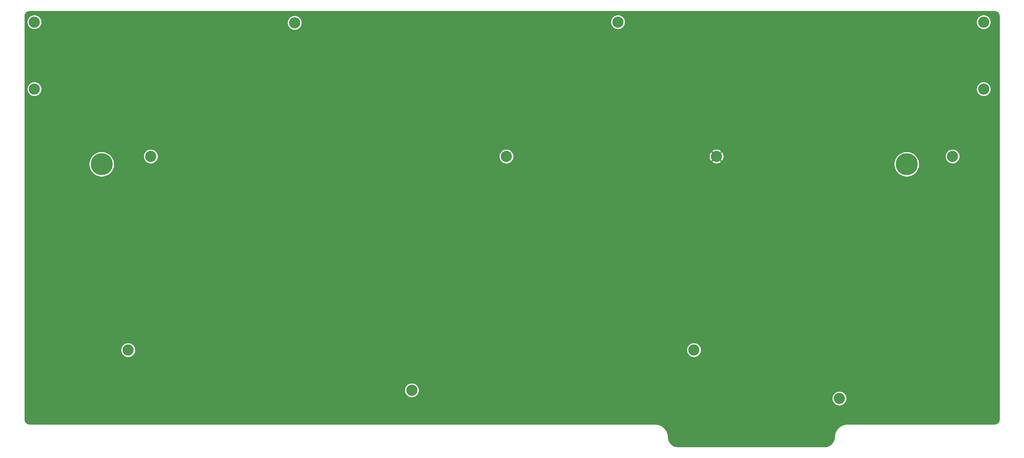
<source format=gbr>
%TF.GenerationSoftware,KiCad,Pcbnew,(5.1.6)-1*%
%TF.CreationDate,2020-06-23T22:59:26-07:00*%
%TF.ProjectId,factorium-bottom,66616374-6f72-4697-956d-2d626f74746f,rev?*%
%TF.SameCoordinates,Original*%
%TF.FileFunction,Copper,L1,Top*%
%TF.FilePolarity,Positive*%
%FSLAX46Y46*%
G04 Gerber Fmt 4.6, Leading zero omitted, Abs format (unit mm)*
G04 Created by KiCad (PCBNEW (5.1.6)-1) date 2020-06-23 22:59:26*
%MOMM*%
%LPD*%
G01*
G04 APERTURE LIST*
%TA.AperFunction,ComponentPad*%
%ADD10C,4.400000*%
%TD*%
%TA.AperFunction,ComponentPad*%
%ADD11C,8.600000*%
%TD*%
%TA.AperFunction,Conductor*%
%ADD12C,0.254000*%
%TD*%
G04 APERTURE END LIST*
D10*
%TO.P,REF\u002A\u002A,1*%
%TO.N,N/C*%
X154940000Y-152400000D03*
%TD*%
D11*
%TO.P,REF\u002A\u002A,1*%
%TO.N,N/C*%
X135670600Y-155473400D03*
%TD*%
%TO.P,REF\u002A\u002A,1*%
%TO.N,N/C*%
X451900600Y-155473400D03*
%TD*%
D10*
%TO.P,REF\u002A\u002A,1*%
%TO.N,N/C*%
X482123750Y-125888750D03*
%TD*%
%TO.P,REF\u002A\u002A,1*%
%TO.N,N/C*%
X338455000Y-99536250D03*
%TD*%
%TO.P,REF\u002A\u002A,1*%
%TO.N,N/C*%
X257489595Y-244428110D03*
%TD*%
%TO.P,REF\u002A\u002A,1*%
%TO.N,N/C*%
X482123750Y-99536250D03*
%TD*%
%TO.P,REF\u002A\u002A,1*%
%TO.N,N/C*%
X109220000Y-125888750D03*
%TD*%
%TO.P,REF\u002A\u002A,1*%
%TO.N,N/C*%
X109220000Y-99536250D03*
%TD*%
%TO.P,REF\u002A\u002A,1*%
%TO.N,N/C*%
X146050000Y-228600000D03*
%TD*%
%TO.P,REF\u002A\u002A,1*%
%TO.N,N/C*%
X425450000Y-247650000D03*
%TD*%
%TO.P,REF\u002A\u002A,1*%
%TO.N,N/C*%
X294640000Y-152400000D03*
%TD*%
%TO.P,REF\u002A\u002A,1*%
%TO.N,N/C*%
X368300000Y-228600000D03*
%TD*%
%TO.P,REF\u002A\u002A,1*%
%TO.N,N/C*%
X211455000Y-99811251D03*
%TD*%
%TO.P,REF\u002A\u002A,1*%
%TO.N,N/C*%
X469900000Y-152400000D03*
%TD*%
%TO.P,H1,1*%
%TO.N,GND*%
X377190000Y-152400000D03*
%TD*%
D12*
%TO.N,GND*%
G36*
X486774545Y-95313909D02*
G01*
X487125208Y-95419780D01*
X487448625Y-95591744D01*
X487732484Y-95823254D01*
X487965965Y-96105486D01*
X488140183Y-96427695D01*
X488248502Y-96777614D01*
X488290001Y-97172452D01*
X488290000Y-255872721D01*
X488251091Y-256269545D01*
X488145220Y-256620206D01*
X487973257Y-256943623D01*
X487741748Y-257227482D01*
X487459514Y-257460965D01*
X487137304Y-257635184D01*
X486787385Y-257743502D01*
X486392557Y-257785000D01*
X428592581Y-257785000D01*
X428584543Y-257785792D01*
X428391737Y-257790504D01*
X428384563Y-257791366D01*
X428377349Y-257791013D01*
X428313159Y-257797137D01*
X427477549Y-257918294D01*
X427447868Y-257925529D01*
X427417621Y-257929834D01*
X427355752Y-257947985D01*
X427355746Y-257947986D01*
X427355743Y-257947987D01*
X426558124Y-258224967D01*
X426530342Y-258237686D01*
X426501458Y-258247632D01*
X426444150Y-258277148D01*
X426444133Y-258277156D01*
X426444126Y-258277161D01*
X425713276Y-258699969D01*
X425688402Y-258717711D01*
X425661920Y-258732939D01*
X425611221Y-258772763D01*
X425611210Y-258772771D01*
X425611205Y-258772776D01*
X424973492Y-259326155D01*
X424952418Y-259348284D01*
X424929296Y-259368243D01*
X424887044Y-259416934D01*
X424887034Y-259416944D01*
X424887030Y-259416949D01*
X424365463Y-260080936D01*
X424348957Y-260106647D01*
X424330024Y-260130620D01*
X424297743Y-260186419D01*
X424297733Y-260186435D01*
X424297733Y-260186436D01*
X423911129Y-260937073D01*
X423899783Y-260965440D01*
X423885723Y-260992564D01*
X423864575Y-261053463D01*
X423864570Y-261053476D01*
X423864570Y-261053478D01*
X423626884Y-261863679D01*
X423621107Y-261893677D01*
X423612430Y-261922971D01*
X423603180Y-261986769D01*
X423603177Y-261986787D01*
X423603177Y-261986796D01*
X423522984Y-262827315D01*
X423448771Y-263605156D01*
X423246536Y-264294516D01*
X422917596Y-264933190D01*
X422473820Y-265498143D01*
X421931220Y-265968988D01*
X421309377Y-266328733D01*
X420630721Y-266564402D01*
X419896523Y-266670855D01*
X419726934Y-266675000D01*
X361981409Y-266675000D01*
X361234844Y-266603771D01*
X360545484Y-266401536D01*
X359906810Y-266072596D01*
X359341857Y-265628820D01*
X358871012Y-265086220D01*
X358511267Y-264464377D01*
X358275598Y-263785721D01*
X358169145Y-263051523D01*
X358164803Y-262873874D01*
X358159496Y-262656737D01*
X358158634Y-262649563D01*
X358158987Y-262642349D01*
X358152863Y-262578159D01*
X358031706Y-261742549D01*
X358024471Y-261712868D01*
X358020166Y-261682621D01*
X358002014Y-261620747D01*
X358002014Y-261620745D01*
X358002013Y-261620743D01*
X357725033Y-260823124D01*
X357712314Y-260795342D01*
X357702368Y-260766458D01*
X357672852Y-260709150D01*
X357672844Y-260709133D01*
X357672839Y-260709126D01*
X357250031Y-259978276D01*
X357232289Y-259953402D01*
X357217061Y-259926920D01*
X357177237Y-259876221D01*
X357177229Y-259876210D01*
X357177224Y-259876205D01*
X356623845Y-259238492D01*
X356601716Y-259217418D01*
X356581757Y-259194296D01*
X356533066Y-259152044D01*
X356533056Y-259152034D01*
X356533051Y-259152030D01*
X355869064Y-258630463D01*
X355843353Y-258613957D01*
X355819380Y-258595024D01*
X355763581Y-258562743D01*
X355763565Y-258562733D01*
X355763556Y-258562730D01*
X355012927Y-258176129D01*
X354984560Y-258164783D01*
X354957436Y-258150723D01*
X354896537Y-258129575D01*
X354896524Y-258129570D01*
X354896518Y-258129569D01*
X354086321Y-257891884D01*
X354056323Y-257886107D01*
X354027029Y-257877430D01*
X353963231Y-257868180D01*
X353963213Y-257868177D01*
X353963204Y-257868177D01*
X353123690Y-257788080D01*
X353092419Y-257785000D01*
X107347279Y-257785000D01*
X106950455Y-257746091D01*
X106599794Y-257640220D01*
X106276377Y-257468257D01*
X105992518Y-257236748D01*
X105759035Y-256954514D01*
X105584816Y-256632304D01*
X105476498Y-256282385D01*
X105435000Y-255887557D01*
X105435000Y-247370777D01*
X422615000Y-247370777D01*
X422615000Y-247929223D01*
X422723948Y-248476939D01*
X422937656Y-248992876D01*
X423247912Y-249457207D01*
X423642793Y-249852088D01*
X424107124Y-250162344D01*
X424623061Y-250376052D01*
X425170777Y-250485000D01*
X425729223Y-250485000D01*
X426276939Y-250376052D01*
X426792876Y-250162344D01*
X427257207Y-249852088D01*
X427652088Y-249457207D01*
X427962344Y-248992876D01*
X428176052Y-248476939D01*
X428285000Y-247929223D01*
X428285000Y-247370777D01*
X428176052Y-246823061D01*
X427962344Y-246307124D01*
X427652088Y-245842793D01*
X427257207Y-245447912D01*
X426792876Y-245137656D01*
X426276939Y-244923948D01*
X425729223Y-244815000D01*
X425170777Y-244815000D01*
X424623061Y-244923948D01*
X424107124Y-245137656D01*
X423642793Y-245447912D01*
X423247912Y-245842793D01*
X422937656Y-246307124D01*
X422723948Y-246823061D01*
X422615000Y-247370777D01*
X105435000Y-247370777D01*
X105435000Y-244148887D01*
X254654595Y-244148887D01*
X254654595Y-244707333D01*
X254763543Y-245255049D01*
X254977251Y-245770986D01*
X255287507Y-246235317D01*
X255682388Y-246630198D01*
X256146719Y-246940454D01*
X256662656Y-247154162D01*
X257210372Y-247263110D01*
X257768818Y-247263110D01*
X258316534Y-247154162D01*
X258832471Y-246940454D01*
X259296802Y-246630198D01*
X259691683Y-246235317D01*
X260001939Y-245770986D01*
X260215647Y-245255049D01*
X260324595Y-244707333D01*
X260324595Y-244148887D01*
X260215647Y-243601171D01*
X260001939Y-243085234D01*
X259691683Y-242620903D01*
X259296802Y-242226022D01*
X258832471Y-241915766D01*
X258316534Y-241702058D01*
X257768818Y-241593110D01*
X257210372Y-241593110D01*
X256662656Y-241702058D01*
X256146719Y-241915766D01*
X255682388Y-242226022D01*
X255287507Y-242620903D01*
X254977251Y-243085234D01*
X254763543Y-243601171D01*
X254654595Y-244148887D01*
X105435000Y-244148887D01*
X105435000Y-228320777D01*
X143215000Y-228320777D01*
X143215000Y-228879223D01*
X143323948Y-229426939D01*
X143537656Y-229942876D01*
X143847912Y-230407207D01*
X144242793Y-230802088D01*
X144707124Y-231112344D01*
X145223061Y-231326052D01*
X145770777Y-231435000D01*
X146329223Y-231435000D01*
X146876939Y-231326052D01*
X147392876Y-231112344D01*
X147857207Y-230802088D01*
X148252088Y-230407207D01*
X148562344Y-229942876D01*
X148776052Y-229426939D01*
X148885000Y-228879223D01*
X148885000Y-228320777D01*
X365465000Y-228320777D01*
X365465000Y-228879223D01*
X365573948Y-229426939D01*
X365787656Y-229942876D01*
X366097912Y-230407207D01*
X366492793Y-230802088D01*
X366957124Y-231112344D01*
X367473061Y-231326052D01*
X368020777Y-231435000D01*
X368579223Y-231435000D01*
X369126939Y-231326052D01*
X369642876Y-231112344D01*
X370107207Y-230802088D01*
X370502088Y-230407207D01*
X370812344Y-229942876D01*
X371026052Y-229426939D01*
X371135000Y-228879223D01*
X371135000Y-228320777D01*
X371026052Y-227773061D01*
X370812344Y-227257124D01*
X370502088Y-226792793D01*
X370107207Y-226397912D01*
X369642876Y-226087656D01*
X369126939Y-225873948D01*
X368579223Y-225765000D01*
X368020777Y-225765000D01*
X367473061Y-225873948D01*
X366957124Y-226087656D01*
X366492793Y-226397912D01*
X366097912Y-226792793D01*
X365787656Y-227257124D01*
X365573948Y-227773061D01*
X365465000Y-228320777D01*
X148885000Y-228320777D01*
X148776052Y-227773061D01*
X148562344Y-227257124D01*
X148252088Y-226792793D01*
X147857207Y-226397912D01*
X147392876Y-226087656D01*
X146876939Y-225873948D01*
X146329223Y-225765000D01*
X145770777Y-225765000D01*
X145223061Y-225873948D01*
X144707124Y-226087656D01*
X144242793Y-226397912D01*
X143847912Y-226792793D01*
X143537656Y-227257124D01*
X143323948Y-227773061D01*
X143215000Y-228320777D01*
X105435000Y-228320777D01*
X105435000Y-154987345D01*
X130735600Y-154987345D01*
X130735600Y-155959455D01*
X130925250Y-156912886D01*
X131297260Y-157810999D01*
X131837335Y-158619279D01*
X132524721Y-159306665D01*
X133333001Y-159846740D01*
X134231114Y-160218750D01*
X135184545Y-160408400D01*
X136156655Y-160408400D01*
X137110086Y-160218750D01*
X138008199Y-159846740D01*
X138816479Y-159306665D01*
X139503865Y-158619279D01*
X140043940Y-157810999D01*
X140415950Y-156912886D01*
X140605600Y-155959455D01*
X140605600Y-154987345D01*
X140415950Y-154033914D01*
X140043940Y-153135801D01*
X139503865Y-152327521D01*
X139297121Y-152120777D01*
X152105000Y-152120777D01*
X152105000Y-152679223D01*
X152213948Y-153226939D01*
X152427656Y-153742876D01*
X152737912Y-154207207D01*
X153132793Y-154602088D01*
X153597124Y-154912344D01*
X154113061Y-155126052D01*
X154660777Y-155235000D01*
X155219223Y-155235000D01*
X155766939Y-155126052D01*
X156282876Y-154912344D01*
X156747207Y-154602088D01*
X157142088Y-154207207D01*
X157452344Y-153742876D01*
X157666052Y-153226939D01*
X157775000Y-152679223D01*
X157775000Y-152120777D01*
X291805000Y-152120777D01*
X291805000Y-152679223D01*
X291913948Y-153226939D01*
X292127656Y-153742876D01*
X292437912Y-154207207D01*
X292832793Y-154602088D01*
X293297124Y-154912344D01*
X293813061Y-155126052D01*
X294360777Y-155235000D01*
X294919223Y-155235000D01*
X295466939Y-155126052D01*
X295982876Y-154912344D01*
X296447207Y-154602088D01*
X296659520Y-154389775D01*
X375379830Y-154389775D01*
X375619976Y-154777018D01*
X376113877Y-155037641D01*
X376649133Y-155196901D01*
X377205174Y-155248678D01*
X377760632Y-155190981D01*
X378294161Y-155026028D01*
X378366531Y-154987345D01*
X446965600Y-154987345D01*
X446965600Y-155959455D01*
X447155250Y-156912886D01*
X447527260Y-157810999D01*
X448067335Y-158619279D01*
X448754721Y-159306665D01*
X449563001Y-159846740D01*
X450461114Y-160218750D01*
X451414545Y-160408400D01*
X452386655Y-160408400D01*
X453340086Y-160218750D01*
X454238199Y-159846740D01*
X455046479Y-159306665D01*
X455733865Y-158619279D01*
X456273940Y-157810999D01*
X456645950Y-156912886D01*
X456835600Y-155959455D01*
X456835600Y-154987345D01*
X456645950Y-154033914D01*
X456273940Y-153135801D01*
X455733865Y-152327521D01*
X455527121Y-152120777D01*
X467065000Y-152120777D01*
X467065000Y-152679223D01*
X467173948Y-153226939D01*
X467387656Y-153742876D01*
X467697912Y-154207207D01*
X468092793Y-154602088D01*
X468557124Y-154912344D01*
X469073061Y-155126052D01*
X469620777Y-155235000D01*
X470179223Y-155235000D01*
X470726939Y-155126052D01*
X471242876Y-154912344D01*
X471707207Y-154602088D01*
X472102088Y-154207207D01*
X472412344Y-153742876D01*
X472626052Y-153226939D01*
X472735000Y-152679223D01*
X472735000Y-152120777D01*
X472626052Y-151573061D01*
X472412344Y-151057124D01*
X472102088Y-150592793D01*
X471707207Y-150197912D01*
X471242876Y-149887656D01*
X470726939Y-149673948D01*
X470179223Y-149565000D01*
X469620777Y-149565000D01*
X469073061Y-149673948D01*
X468557124Y-149887656D01*
X468092793Y-150197912D01*
X467697912Y-150592793D01*
X467387656Y-151057124D01*
X467173948Y-151573061D01*
X467065000Y-152120777D01*
X455527121Y-152120777D01*
X455046479Y-151640135D01*
X454238199Y-151100060D01*
X453340086Y-150728050D01*
X452386655Y-150538400D01*
X451414545Y-150538400D01*
X450461114Y-150728050D01*
X449563001Y-151100060D01*
X448754721Y-151640135D01*
X448067335Y-152327521D01*
X447527260Y-153135801D01*
X447155250Y-154033914D01*
X446965600Y-154987345D01*
X378366531Y-154987345D01*
X378760024Y-154777018D01*
X379000170Y-154389775D01*
X377190000Y-152579605D01*
X375379830Y-154389775D01*
X296659520Y-154389775D01*
X296842088Y-154207207D01*
X297152344Y-153742876D01*
X297366052Y-153226939D01*
X297475000Y-152679223D01*
X297475000Y-152415174D01*
X374341322Y-152415174D01*
X374399019Y-152970632D01*
X374563972Y-153504161D01*
X374812982Y-153970024D01*
X375200225Y-154210170D01*
X377010395Y-152400000D01*
X377369605Y-152400000D01*
X379179775Y-154210170D01*
X379567018Y-153970024D01*
X379827641Y-153476123D01*
X379986901Y-152940867D01*
X380038678Y-152384826D01*
X379980981Y-151829368D01*
X379816028Y-151295839D01*
X379567018Y-150829976D01*
X379179775Y-150589830D01*
X377369605Y-152400000D01*
X377010395Y-152400000D01*
X375200225Y-150589830D01*
X374812982Y-150829976D01*
X374552359Y-151323877D01*
X374393099Y-151859133D01*
X374341322Y-152415174D01*
X297475000Y-152415174D01*
X297475000Y-152120777D01*
X297366052Y-151573061D01*
X297152344Y-151057124D01*
X296842088Y-150592793D01*
X296659520Y-150410225D01*
X375379830Y-150410225D01*
X377190000Y-152220395D01*
X379000170Y-150410225D01*
X378760024Y-150022982D01*
X378266123Y-149762359D01*
X377730867Y-149603099D01*
X377174826Y-149551322D01*
X376619368Y-149609019D01*
X376085839Y-149773972D01*
X375619976Y-150022982D01*
X375379830Y-150410225D01*
X296659520Y-150410225D01*
X296447207Y-150197912D01*
X295982876Y-149887656D01*
X295466939Y-149673948D01*
X294919223Y-149565000D01*
X294360777Y-149565000D01*
X293813061Y-149673948D01*
X293297124Y-149887656D01*
X292832793Y-150197912D01*
X292437912Y-150592793D01*
X292127656Y-151057124D01*
X291913948Y-151573061D01*
X291805000Y-152120777D01*
X157775000Y-152120777D01*
X157666052Y-151573061D01*
X157452344Y-151057124D01*
X157142088Y-150592793D01*
X156747207Y-150197912D01*
X156282876Y-149887656D01*
X155766939Y-149673948D01*
X155219223Y-149565000D01*
X154660777Y-149565000D01*
X154113061Y-149673948D01*
X153597124Y-149887656D01*
X153132793Y-150197912D01*
X152737912Y-150592793D01*
X152427656Y-151057124D01*
X152213948Y-151573061D01*
X152105000Y-152120777D01*
X139297121Y-152120777D01*
X138816479Y-151640135D01*
X138008199Y-151100060D01*
X137110086Y-150728050D01*
X136156655Y-150538400D01*
X135184545Y-150538400D01*
X134231114Y-150728050D01*
X133333001Y-151100060D01*
X132524721Y-151640135D01*
X131837335Y-152327521D01*
X131297260Y-153135801D01*
X130925250Y-154033914D01*
X130735600Y-154987345D01*
X105435000Y-154987345D01*
X105435000Y-125609527D01*
X106385000Y-125609527D01*
X106385000Y-126167973D01*
X106493948Y-126715689D01*
X106707656Y-127231626D01*
X107017912Y-127695957D01*
X107412793Y-128090838D01*
X107877124Y-128401094D01*
X108393061Y-128614802D01*
X108940777Y-128723750D01*
X109499223Y-128723750D01*
X110046939Y-128614802D01*
X110562876Y-128401094D01*
X111027207Y-128090838D01*
X111422088Y-127695957D01*
X111732344Y-127231626D01*
X111946052Y-126715689D01*
X112055000Y-126167973D01*
X112055000Y-125609527D01*
X479288750Y-125609527D01*
X479288750Y-126167973D01*
X479397698Y-126715689D01*
X479611406Y-127231626D01*
X479921662Y-127695957D01*
X480316543Y-128090838D01*
X480780874Y-128401094D01*
X481296811Y-128614802D01*
X481844527Y-128723750D01*
X482402973Y-128723750D01*
X482950689Y-128614802D01*
X483466626Y-128401094D01*
X483930957Y-128090838D01*
X484325838Y-127695957D01*
X484636094Y-127231626D01*
X484849802Y-126715689D01*
X484958750Y-126167973D01*
X484958750Y-125609527D01*
X484849802Y-125061811D01*
X484636094Y-124545874D01*
X484325838Y-124081543D01*
X483930957Y-123686662D01*
X483466626Y-123376406D01*
X482950689Y-123162698D01*
X482402973Y-123053750D01*
X481844527Y-123053750D01*
X481296811Y-123162698D01*
X480780874Y-123376406D01*
X480316543Y-123686662D01*
X479921662Y-124081543D01*
X479611406Y-124545874D01*
X479397698Y-125061811D01*
X479288750Y-125609527D01*
X112055000Y-125609527D01*
X111946052Y-125061811D01*
X111732344Y-124545874D01*
X111422088Y-124081543D01*
X111027207Y-123686662D01*
X110562876Y-123376406D01*
X110046939Y-123162698D01*
X109499223Y-123053750D01*
X108940777Y-123053750D01*
X108393061Y-123162698D01*
X107877124Y-123376406D01*
X107412793Y-123686662D01*
X107017912Y-124081543D01*
X106707656Y-124545874D01*
X106493948Y-125061811D01*
X106385000Y-125609527D01*
X105435000Y-125609527D01*
X105435000Y-99257027D01*
X106385000Y-99257027D01*
X106385000Y-99815473D01*
X106493948Y-100363189D01*
X106707656Y-100879126D01*
X107017912Y-101343457D01*
X107412793Y-101738338D01*
X107877124Y-102048594D01*
X108393061Y-102262302D01*
X108940777Y-102371250D01*
X109499223Y-102371250D01*
X110046939Y-102262302D01*
X110562876Y-102048594D01*
X111027207Y-101738338D01*
X111422088Y-101343457D01*
X111732344Y-100879126D01*
X111946052Y-100363189D01*
X112055000Y-99815473D01*
X112055000Y-99532028D01*
X208620000Y-99532028D01*
X208620000Y-100090474D01*
X208728948Y-100638190D01*
X208942656Y-101154127D01*
X209252912Y-101618458D01*
X209647793Y-102013339D01*
X210112124Y-102323595D01*
X210628061Y-102537303D01*
X211175777Y-102646251D01*
X211734223Y-102646251D01*
X212281939Y-102537303D01*
X212797876Y-102323595D01*
X213262207Y-102013339D01*
X213657088Y-101618458D01*
X213967344Y-101154127D01*
X214181052Y-100638190D01*
X214290000Y-100090474D01*
X214290000Y-99532028D01*
X214235299Y-99257027D01*
X335620000Y-99257027D01*
X335620000Y-99815473D01*
X335728948Y-100363189D01*
X335942656Y-100879126D01*
X336252912Y-101343457D01*
X336647793Y-101738338D01*
X337112124Y-102048594D01*
X337628061Y-102262302D01*
X338175777Y-102371250D01*
X338734223Y-102371250D01*
X339281939Y-102262302D01*
X339797876Y-102048594D01*
X340262207Y-101738338D01*
X340657088Y-101343457D01*
X340967344Y-100879126D01*
X341181052Y-100363189D01*
X341290000Y-99815473D01*
X341290000Y-99257027D01*
X479288750Y-99257027D01*
X479288750Y-99815473D01*
X479397698Y-100363189D01*
X479611406Y-100879126D01*
X479921662Y-101343457D01*
X480316543Y-101738338D01*
X480780874Y-102048594D01*
X481296811Y-102262302D01*
X481844527Y-102371250D01*
X482402973Y-102371250D01*
X482950689Y-102262302D01*
X483466626Y-102048594D01*
X483930957Y-101738338D01*
X484325838Y-101343457D01*
X484636094Y-100879126D01*
X484849802Y-100363189D01*
X484958750Y-99815473D01*
X484958750Y-99257027D01*
X484849802Y-98709311D01*
X484636094Y-98193374D01*
X484325838Y-97729043D01*
X483930957Y-97334162D01*
X483466626Y-97023906D01*
X482950689Y-96810198D01*
X482402973Y-96701250D01*
X481844527Y-96701250D01*
X481296811Y-96810198D01*
X480780874Y-97023906D01*
X480316543Y-97334162D01*
X479921662Y-97729043D01*
X479611406Y-98193374D01*
X479397698Y-98709311D01*
X479288750Y-99257027D01*
X341290000Y-99257027D01*
X341181052Y-98709311D01*
X340967344Y-98193374D01*
X340657088Y-97729043D01*
X340262207Y-97334162D01*
X339797876Y-97023906D01*
X339281939Y-96810198D01*
X338734223Y-96701250D01*
X338175777Y-96701250D01*
X337628061Y-96810198D01*
X337112124Y-97023906D01*
X336647793Y-97334162D01*
X336252912Y-97729043D01*
X335942656Y-98193374D01*
X335728948Y-98709311D01*
X335620000Y-99257027D01*
X214235299Y-99257027D01*
X214181052Y-98984312D01*
X213967344Y-98468375D01*
X213657088Y-98004044D01*
X213262207Y-97609163D01*
X212797876Y-97298907D01*
X212281939Y-97085199D01*
X211734223Y-96976251D01*
X211175777Y-96976251D01*
X210628061Y-97085199D01*
X210112124Y-97298907D01*
X209647793Y-97609163D01*
X209252912Y-98004044D01*
X208942656Y-98468375D01*
X208728948Y-98984312D01*
X208620000Y-99532028D01*
X112055000Y-99532028D01*
X112055000Y-99257027D01*
X111946052Y-98709311D01*
X111732344Y-98193374D01*
X111422088Y-97729043D01*
X111027207Y-97334162D01*
X110562876Y-97023906D01*
X110046939Y-96810198D01*
X109499223Y-96701250D01*
X108940777Y-96701250D01*
X108393061Y-96810198D01*
X107877124Y-97023906D01*
X107412793Y-97334162D01*
X107017912Y-97729043D01*
X106707656Y-98193374D01*
X106493948Y-98709311D01*
X106385000Y-99257027D01*
X105435000Y-99257027D01*
X105435000Y-97187279D01*
X105473909Y-96790455D01*
X105579780Y-96439792D01*
X105751744Y-96116375D01*
X105983254Y-95832516D01*
X106265486Y-95599035D01*
X106587695Y-95424817D01*
X106937614Y-95316498D01*
X107332443Y-95275000D01*
X486377721Y-95275000D01*
X486774545Y-95313909D01*
G37*
X486774545Y-95313909D02*
X487125208Y-95419780D01*
X487448625Y-95591744D01*
X487732484Y-95823254D01*
X487965965Y-96105486D01*
X488140183Y-96427695D01*
X488248502Y-96777614D01*
X488290001Y-97172452D01*
X488290000Y-255872721D01*
X488251091Y-256269545D01*
X488145220Y-256620206D01*
X487973257Y-256943623D01*
X487741748Y-257227482D01*
X487459514Y-257460965D01*
X487137304Y-257635184D01*
X486787385Y-257743502D01*
X486392557Y-257785000D01*
X428592581Y-257785000D01*
X428584543Y-257785792D01*
X428391737Y-257790504D01*
X428384563Y-257791366D01*
X428377349Y-257791013D01*
X428313159Y-257797137D01*
X427477549Y-257918294D01*
X427447868Y-257925529D01*
X427417621Y-257929834D01*
X427355752Y-257947985D01*
X427355746Y-257947986D01*
X427355743Y-257947987D01*
X426558124Y-258224967D01*
X426530342Y-258237686D01*
X426501458Y-258247632D01*
X426444150Y-258277148D01*
X426444133Y-258277156D01*
X426444126Y-258277161D01*
X425713276Y-258699969D01*
X425688402Y-258717711D01*
X425661920Y-258732939D01*
X425611221Y-258772763D01*
X425611210Y-258772771D01*
X425611205Y-258772776D01*
X424973492Y-259326155D01*
X424952418Y-259348284D01*
X424929296Y-259368243D01*
X424887044Y-259416934D01*
X424887034Y-259416944D01*
X424887030Y-259416949D01*
X424365463Y-260080936D01*
X424348957Y-260106647D01*
X424330024Y-260130620D01*
X424297743Y-260186419D01*
X424297733Y-260186435D01*
X424297733Y-260186436D01*
X423911129Y-260937073D01*
X423899783Y-260965440D01*
X423885723Y-260992564D01*
X423864575Y-261053463D01*
X423864570Y-261053476D01*
X423864570Y-261053478D01*
X423626884Y-261863679D01*
X423621107Y-261893677D01*
X423612430Y-261922971D01*
X423603180Y-261986769D01*
X423603177Y-261986787D01*
X423603177Y-261986796D01*
X423522984Y-262827315D01*
X423448771Y-263605156D01*
X423246536Y-264294516D01*
X422917596Y-264933190D01*
X422473820Y-265498143D01*
X421931220Y-265968988D01*
X421309377Y-266328733D01*
X420630721Y-266564402D01*
X419896523Y-266670855D01*
X419726934Y-266675000D01*
X361981409Y-266675000D01*
X361234844Y-266603771D01*
X360545484Y-266401536D01*
X359906810Y-266072596D01*
X359341857Y-265628820D01*
X358871012Y-265086220D01*
X358511267Y-264464377D01*
X358275598Y-263785721D01*
X358169145Y-263051523D01*
X358164803Y-262873874D01*
X358159496Y-262656737D01*
X358158634Y-262649563D01*
X358158987Y-262642349D01*
X358152863Y-262578159D01*
X358031706Y-261742549D01*
X358024471Y-261712868D01*
X358020166Y-261682621D01*
X358002014Y-261620747D01*
X358002014Y-261620745D01*
X358002013Y-261620743D01*
X357725033Y-260823124D01*
X357712314Y-260795342D01*
X357702368Y-260766458D01*
X357672852Y-260709150D01*
X357672844Y-260709133D01*
X357672839Y-260709126D01*
X357250031Y-259978276D01*
X357232289Y-259953402D01*
X357217061Y-259926920D01*
X357177237Y-259876221D01*
X357177229Y-259876210D01*
X357177224Y-259876205D01*
X356623845Y-259238492D01*
X356601716Y-259217418D01*
X356581757Y-259194296D01*
X356533066Y-259152044D01*
X356533056Y-259152034D01*
X356533051Y-259152030D01*
X355869064Y-258630463D01*
X355843353Y-258613957D01*
X355819380Y-258595024D01*
X355763581Y-258562743D01*
X355763565Y-258562733D01*
X355763556Y-258562730D01*
X355012927Y-258176129D01*
X354984560Y-258164783D01*
X354957436Y-258150723D01*
X354896537Y-258129575D01*
X354896524Y-258129570D01*
X354896518Y-258129569D01*
X354086321Y-257891884D01*
X354056323Y-257886107D01*
X354027029Y-257877430D01*
X353963231Y-257868180D01*
X353963213Y-257868177D01*
X353963204Y-257868177D01*
X353123690Y-257788080D01*
X353092419Y-257785000D01*
X107347279Y-257785000D01*
X106950455Y-257746091D01*
X106599794Y-257640220D01*
X106276377Y-257468257D01*
X105992518Y-257236748D01*
X105759035Y-256954514D01*
X105584816Y-256632304D01*
X105476498Y-256282385D01*
X105435000Y-255887557D01*
X105435000Y-247370777D01*
X422615000Y-247370777D01*
X422615000Y-247929223D01*
X422723948Y-248476939D01*
X422937656Y-248992876D01*
X423247912Y-249457207D01*
X423642793Y-249852088D01*
X424107124Y-250162344D01*
X424623061Y-250376052D01*
X425170777Y-250485000D01*
X425729223Y-250485000D01*
X426276939Y-250376052D01*
X426792876Y-250162344D01*
X427257207Y-249852088D01*
X427652088Y-249457207D01*
X427962344Y-248992876D01*
X428176052Y-248476939D01*
X428285000Y-247929223D01*
X428285000Y-247370777D01*
X428176052Y-246823061D01*
X427962344Y-246307124D01*
X427652088Y-245842793D01*
X427257207Y-245447912D01*
X426792876Y-245137656D01*
X426276939Y-244923948D01*
X425729223Y-244815000D01*
X425170777Y-244815000D01*
X424623061Y-244923948D01*
X424107124Y-245137656D01*
X423642793Y-245447912D01*
X423247912Y-245842793D01*
X422937656Y-246307124D01*
X422723948Y-246823061D01*
X422615000Y-247370777D01*
X105435000Y-247370777D01*
X105435000Y-244148887D01*
X254654595Y-244148887D01*
X254654595Y-244707333D01*
X254763543Y-245255049D01*
X254977251Y-245770986D01*
X255287507Y-246235317D01*
X255682388Y-246630198D01*
X256146719Y-246940454D01*
X256662656Y-247154162D01*
X257210372Y-247263110D01*
X257768818Y-247263110D01*
X258316534Y-247154162D01*
X258832471Y-246940454D01*
X259296802Y-246630198D01*
X259691683Y-246235317D01*
X260001939Y-245770986D01*
X260215647Y-245255049D01*
X260324595Y-244707333D01*
X260324595Y-244148887D01*
X260215647Y-243601171D01*
X260001939Y-243085234D01*
X259691683Y-242620903D01*
X259296802Y-242226022D01*
X258832471Y-241915766D01*
X258316534Y-241702058D01*
X257768818Y-241593110D01*
X257210372Y-241593110D01*
X256662656Y-241702058D01*
X256146719Y-241915766D01*
X255682388Y-242226022D01*
X255287507Y-242620903D01*
X254977251Y-243085234D01*
X254763543Y-243601171D01*
X254654595Y-244148887D01*
X105435000Y-244148887D01*
X105435000Y-228320777D01*
X143215000Y-228320777D01*
X143215000Y-228879223D01*
X143323948Y-229426939D01*
X143537656Y-229942876D01*
X143847912Y-230407207D01*
X144242793Y-230802088D01*
X144707124Y-231112344D01*
X145223061Y-231326052D01*
X145770777Y-231435000D01*
X146329223Y-231435000D01*
X146876939Y-231326052D01*
X147392876Y-231112344D01*
X147857207Y-230802088D01*
X148252088Y-230407207D01*
X148562344Y-229942876D01*
X148776052Y-229426939D01*
X148885000Y-228879223D01*
X148885000Y-228320777D01*
X365465000Y-228320777D01*
X365465000Y-228879223D01*
X365573948Y-229426939D01*
X365787656Y-229942876D01*
X366097912Y-230407207D01*
X366492793Y-230802088D01*
X366957124Y-231112344D01*
X367473061Y-231326052D01*
X368020777Y-231435000D01*
X368579223Y-231435000D01*
X369126939Y-231326052D01*
X369642876Y-231112344D01*
X370107207Y-230802088D01*
X370502088Y-230407207D01*
X370812344Y-229942876D01*
X371026052Y-229426939D01*
X371135000Y-228879223D01*
X371135000Y-228320777D01*
X371026052Y-227773061D01*
X370812344Y-227257124D01*
X370502088Y-226792793D01*
X370107207Y-226397912D01*
X369642876Y-226087656D01*
X369126939Y-225873948D01*
X368579223Y-225765000D01*
X368020777Y-225765000D01*
X367473061Y-225873948D01*
X366957124Y-226087656D01*
X366492793Y-226397912D01*
X366097912Y-226792793D01*
X365787656Y-227257124D01*
X365573948Y-227773061D01*
X365465000Y-228320777D01*
X148885000Y-228320777D01*
X148776052Y-227773061D01*
X148562344Y-227257124D01*
X148252088Y-226792793D01*
X147857207Y-226397912D01*
X147392876Y-226087656D01*
X146876939Y-225873948D01*
X146329223Y-225765000D01*
X145770777Y-225765000D01*
X145223061Y-225873948D01*
X144707124Y-226087656D01*
X144242793Y-226397912D01*
X143847912Y-226792793D01*
X143537656Y-227257124D01*
X143323948Y-227773061D01*
X143215000Y-228320777D01*
X105435000Y-228320777D01*
X105435000Y-154987345D01*
X130735600Y-154987345D01*
X130735600Y-155959455D01*
X130925250Y-156912886D01*
X131297260Y-157810999D01*
X131837335Y-158619279D01*
X132524721Y-159306665D01*
X133333001Y-159846740D01*
X134231114Y-160218750D01*
X135184545Y-160408400D01*
X136156655Y-160408400D01*
X137110086Y-160218750D01*
X138008199Y-159846740D01*
X138816479Y-159306665D01*
X139503865Y-158619279D01*
X140043940Y-157810999D01*
X140415950Y-156912886D01*
X140605600Y-155959455D01*
X140605600Y-154987345D01*
X140415950Y-154033914D01*
X140043940Y-153135801D01*
X139503865Y-152327521D01*
X139297121Y-152120777D01*
X152105000Y-152120777D01*
X152105000Y-152679223D01*
X152213948Y-153226939D01*
X152427656Y-153742876D01*
X152737912Y-154207207D01*
X153132793Y-154602088D01*
X153597124Y-154912344D01*
X154113061Y-155126052D01*
X154660777Y-155235000D01*
X155219223Y-155235000D01*
X155766939Y-155126052D01*
X156282876Y-154912344D01*
X156747207Y-154602088D01*
X157142088Y-154207207D01*
X157452344Y-153742876D01*
X157666052Y-153226939D01*
X157775000Y-152679223D01*
X157775000Y-152120777D01*
X291805000Y-152120777D01*
X291805000Y-152679223D01*
X291913948Y-153226939D01*
X292127656Y-153742876D01*
X292437912Y-154207207D01*
X292832793Y-154602088D01*
X293297124Y-154912344D01*
X293813061Y-155126052D01*
X294360777Y-155235000D01*
X294919223Y-155235000D01*
X295466939Y-155126052D01*
X295982876Y-154912344D01*
X296447207Y-154602088D01*
X296659520Y-154389775D01*
X375379830Y-154389775D01*
X375619976Y-154777018D01*
X376113877Y-155037641D01*
X376649133Y-155196901D01*
X377205174Y-155248678D01*
X377760632Y-155190981D01*
X378294161Y-155026028D01*
X378366531Y-154987345D01*
X446965600Y-154987345D01*
X446965600Y-155959455D01*
X447155250Y-156912886D01*
X447527260Y-157810999D01*
X448067335Y-158619279D01*
X448754721Y-159306665D01*
X449563001Y-159846740D01*
X450461114Y-160218750D01*
X451414545Y-160408400D01*
X452386655Y-160408400D01*
X453340086Y-160218750D01*
X454238199Y-159846740D01*
X455046479Y-159306665D01*
X455733865Y-158619279D01*
X456273940Y-157810999D01*
X456645950Y-156912886D01*
X456835600Y-155959455D01*
X456835600Y-154987345D01*
X456645950Y-154033914D01*
X456273940Y-153135801D01*
X455733865Y-152327521D01*
X455527121Y-152120777D01*
X467065000Y-152120777D01*
X467065000Y-152679223D01*
X467173948Y-153226939D01*
X467387656Y-153742876D01*
X467697912Y-154207207D01*
X468092793Y-154602088D01*
X468557124Y-154912344D01*
X469073061Y-155126052D01*
X469620777Y-155235000D01*
X470179223Y-155235000D01*
X470726939Y-155126052D01*
X471242876Y-154912344D01*
X471707207Y-154602088D01*
X472102088Y-154207207D01*
X472412344Y-153742876D01*
X472626052Y-153226939D01*
X472735000Y-152679223D01*
X472735000Y-152120777D01*
X472626052Y-151573061D01*
X472412344Y-151057124D01*
X472102088Y-150592793D01*
X471707207Y-150197912D01*
X471242876Y-149887656D01*
X470726939Y-149673948D01*
X470179223Y-149565000D01*
X469620777Y-149565000D01*
X469073061Y-149673948D01*
X468557124Y-149887656D01*
X468092793Y-150197912D01*
X467697912Y-150592793D01*
X467387656Y-151057124D01*
X467173948Y-151573061D01*
X467065000Y-152120777D01*
X455527121Y-152120777D01*
X455046479Y-151640135D01*
X454238199Y-151100060D01*
X453340086Y-150728050D01*
X452386655Y-150538400D01*
X451414545Y-150538400D01*
X450461114Y-150728050D01*
X449563001Y-151100060D01*
X448754721Y-151640135D01*
X448067335Y-152327521D01*
X447527260Y-153135801D01*
X447155250Y-154033914D01*
X446965600Y-154987345D01*
X378366531Y-154987345D01*
X378760024Y-154777018D01*
X379000170Y-154389775D01*
X377190000Y-152579605D01*
X375379830Y-154389775D01*
X296659520Y-154389775D01*
X296842088Y-154207207D01*
X297152344Y-153742876D01*
X297366052Y-153226939D01*
X297475000Y-152679223D01*
X297475000Y-152415174D01*
X374341322Y-152415174D01*
X374399019Y-152970632D01*
X374563972Y-153504161D01*
X374812982Y-153970024D01*
X375200225Y-154210170D01*
X377010395Y-152400000D01*
X377369605Y-152400000D01*
X379179775Y-154210170D01*
X379567018Y-153970024D01*
X379827641Y-153476123D01*
X379986901Y-152940867D01*
X380038678Y-152384826D01*
X379980981Y-151829368D01*
X379816028Y-151295839D01*
X379567018Y-150829976D01*
X379179775Y-150589830D01*
X377369605Y-152400000D01*
X377010395Y-152400000D01*
X375200225Y-150589830D01*
X374812982Y-150829976D01*
X374552359Y-151323877D01*
X374393099Y-151859133D01*
X374341322Y-152415174D01*
X297475000Y-152415174D01*
X297475000Y-152120777D01*
X297366052Y-151573061D01*
X297152344Y-151057124D01*
X296842088Y-150592793D01*
X296659520Y-150410225D01*
X375379830Y-150410225D01*
X377190000Y-152220395D01*
X379000170Y-150410225D01*
X378760024Y-150022982D01*
X378266123Y-149762359D01*
X377730867Y-149603099D01*
X377174826Y-149551322D01*
X376619368Y-149609019D01*
X376085839Y-149773972D01*
X375619976Y-150022982D01*
X375379830Y-150410225D01*
X296659520Y-150410225D01*
X296447207Y-150197912D01*
X295982876Y-149887656D01*
X295466939Y-149673948D01*
X294919223Y-149565000D01*
X294360777Y-149565000D01*
X293813061Y-149673948D01*
X293297124Y-149887656D01*
X292832793Y-150197912D01*
X292437912Y-150592793D01*
X292127656Y-151057124D01*
X291913948Y-151573061D01*
X291805000Y-152120777D01*
X157775000Y-152120777D01*
X157666052Y-151573061D01*
X157452344Y-151057124D01*
X157142088Y-150592793D01*
X156747207Y-150197912D01*
X156282876Y-149887656D01*
X155766939Y-149673948D01*
X155219223Y-149565000D01*
X154660777Y-149565000D01*
X154113061Y-149673948D01*
X153597124Y-149887656D01*
X153132793Y-150197912D01*
X152737912Y-150592793D01*
X152427656Y-151057124D01*
X152213948Y-151573061D01*
X152105000Y-152120777D01*
X139297121Y-152120777D01*
X138816479Y-151640135D01*
X138008199Y-151100060D01*
X137110086Y-150728050D01*
X136156655Y-150538400D01*
X135184545Y-150538400D01*
X134231114Y-150728050D01*
X133333001Y-151100060D01*
X132524721Y-151640135D01*
X131837335Y-152327521D01*
X131297260Y-153135801D01*
X130925250Y-154033914D01*
X130735600Y-154987345D01*
X105435000Y-154987345D01*
X105435000Y-125609527D01*
X106385000Y-125609527D01*
X106385000Y-126167973D01*
X106493948Y-126715689D01*
X106707656Y-127231626D01*
X107017912Y-127695957D01*
X107412793Y-128090838D01*
X107877124Y-128401094D01*
X108393061Y-128614802D01*
X108940777Y-128723750D01*
X109499223Y-128723750D01*
X110046939Y-128614802D01*
X110562876Y-128401094D01*
X111027207Y-128090838D01*
X111422088Y-127695957D01*
X111732344Y-127231626D01*
X111946052Y-126715689D01*
X112055000Y-126167973D01*
X112055000Y-125609527D01*
X479288750Y-125609527D01*
X479288750Y-126167973D01*
X479397698Y-126715689D01*
X479611406Y-127231626D01*
X479921662Y-127695957D01*
X480316543Y-128090838D01*
X480780874Y-128401094D01*
X481296811Y-128614802D01*
X481844527Y-128723750D01*
X482402973Y-128723750D01*
X482950689Y-128614802D01*
X483466626Y-128401094D01*
X483930957Y-128090838D01*
X484325838Y-127695957D01*
X484636094Y-127231626D01*
X484849802Y-126715689D01*
X484958750Y-126167973D01*
X484958750Y-125609527D01*
X484849802Y-125061811D01*
X484636094Y-124545874D01*
X484325838Y-124081543D01*
X483930957Y-123686662D01*
X483466626Y-123376406D01*
X482950689Y-123162698D01*
X482402973Y-123053750D01*
X481844527Y-123053750D01*
X481296811Y-123162698D01*
X480780874Y-123376406D01*
X480316543Y-123686662D01*
X479921662Y-124081543D01*
X479611406Y-124545874D01*
X479397698Y-125061811D01*
X479288750Y-125609527D01*
X112055000Y-125609527D01*
X111946052Y-125061811D01*
X111732344Y-124545874D01*
X111422088Y-124081543D01*
X111027207Y-123686662D01*
X110562876Y-123376406D01*
X110046939Y-123162698D01*
X109499223Y-123053750D01*
X108940777Y-123053750D01*
X108393061Y-123162698D01*
X107877124Y-123376406D01*
X107412793Y-123686662D01*
X107017912Y-124081543D01*
X106707656Y-124545874D01*
X106493948Y-125061811D01*
X106385000Y-125609527D01*
X105435000Y-125609527D01*
X105435000Y-99257027D01*
X106385000Y-99257027D01*
X106385000Y-99815473D01*
X106493948Y-100363189D01*
X106707656Y-100879126D01*
X107017912Y-101343457D01*
X107412793Y-101738338D01*
X107877124Y-102048594D01*
X108393061Y-102262302D01*
X108940777Y-102371250D01*
X109499223Y-102371250D01*
X110046939Y-102262302D01*
X110562876Y-102048594D01*
X111027207Y-101738338D01*
X111422088Y-101343457D01*
X111732344Y-100879126D01*
X111946052Y-100363189D01*
X112055000Y-99815473D01*
X112055000Y-99532028D01*
X208620000Y-99532028D01*
X208620000Y-100090474D01*
X208728948Y-100638190D01*
X208942656Y-101154127D01*
X209252912Y-101618458D01*
X209647793Y-102013339D01*
X210112124Y-102323595D01*
X210628061Y-102537303D01*
X211175777Y-102646251D01*
X211734223Y-102646251D01*
X212281939Y-102537303D01*
X212797876Y-102323595D01*
X213262207Y-102013339D01*
X213657088Y-101618458D01*
X213967344Y-101154127D01*
X214181052Y-100638190D01*
X214290000Y-100090474D01*
X214290000Y-99532028D01*
X214235299Y-99257027D01*
X335620000Y-99257027D01*
X335620000Y-99815473D01*
X335728948Y-100363189D01*
X335942656Y-100879126D01*
X336252912Y-101343457D01*
X336647793Y-101738338D01*
X337112124Y-102048594D01*
X337628061Y-102262302D01*
X338175777Y-102371250D01*
X338734223Y-102371250D01*
X339281939Y-102262302D01*
X339797876Y-102048594D01*
X340262207Y-101738338D01*
X340657088Y-101343457D01*
X340967344Y-100879126D01*
X341181052Y-100363189D01*
X341290000Y-99815473D01*
X341290000Y-99257027D01*
X479288750Y-99257027D01*
X479288750Y-99815473D01*
X479397698Y-100363189D01*
X479611406Y-100879126D01*
X479921662Y-101343457D01*
X480316543Y-101738338D01*
X480780874Y-102048594D01*
X481296811Y-102262302D01*
X481844527Y-102371250D01*
X482402973Y-102371250D01*
X482950689Y-102262302D01*
X483466626Y-102048594D01*
X483930957Y-101738338D01*
X484325838Y-101343457D01*
X484636094Y-100879126D01*
X484849802Y-100363189D01*
X484958750Y-99815473D01*
X484958750Y-99257027D01*
X484849802Y-98709311D01*
X484636094Y-98193374D01*
X484325838Y-97729043D01*
X483930957Y-97334162D01*
X483466626Y-97023906D01*
X482950689Y-96810198D01*
X482402973Y-96701250D01*
X481844527Y-96701250D01*
X481296811Y-96810198D01*
X480780874Y-97023906D01*
X480316543Y-97334162D01*
X479921662Y-97729043D01*
X479611406Y-98193374D01*
X479397698Y-98709311D01*
X479288750Y-99257027D01*
X341290000Y-99257027D01*
X341181052Y-98709311D01*
X340967344Y-98193374D01*
X340657088Y-97729043D01*
X340262207Y-97334162D01*
X339797876Y-97023906D01*
X339281939Y-96810198D01*
X338734223Y-96701250D01*
X338175777Y-96701250D01*
X337628061Y-96810198D01*
X337112124Y-97023906D01*
X336647793Y-97334162D01*
X336252912Y-97729043D01*
X335942656Y-98193374D01*
X335728948Y-98709311D01*
X335620000Y-99257027D01*
X214235299Y-99257027D01*
X214181052Y-98984312D01*
X213967344Y-98468375D01*
X213657088Y-98004044D01*
X213262207Y-97609163D01*
X212797876Y-97298907D01*
X212281939Y-97085199D01*
X211734223Y-96976251D01*
X211175777Y-96976251D01*
X210628061Y-97085199D01*
X210112124Y-97298907D01*
X209647793Y-97609163D01*
X209252912Y-98004044D01*
X208942656Y-98468375D01*
X208728948Y-98984312D01*
X208620000Y-99532028D01*
X112055000Y-99532028D01*
X112055000Y-99257027D01*
X111946052Y-98709311D01*
X111732344Y-98193374D01*
X111422088Y-97729043D01*
X111027207Y-97334162D01*
X110562876Y-97023906D01*
X110046939Y-96810198D01*
X109499223Y-96701250D01*
X108940777Y-96701250D01*
X108393061Y-96810198D01*
X107877124Y-97023906D01*
X107412793Y-97334162D01*
X107017912Y-97729043D01*
X106707656Y-98193374D01*
X106493948Y-98709311D01*
X106385000Y-99257027D01*
X105435000Y-99257027D01*
X105435000Y-97187279D01*
X105473909Y-96790455D01*
X105579780Y-96439792D01*
X105751744Y-96116375D01*
X105983254Y-95832516D01*
X106265486Y-95599035D01*
X106587695Y-95424817D01*
X106937614Y-95316498D01*
X107332443Y-95275000D01*
X486377721Y-95275000D01*
X486774545Y-95313909D01*
%TD*%
M02*

</source>
